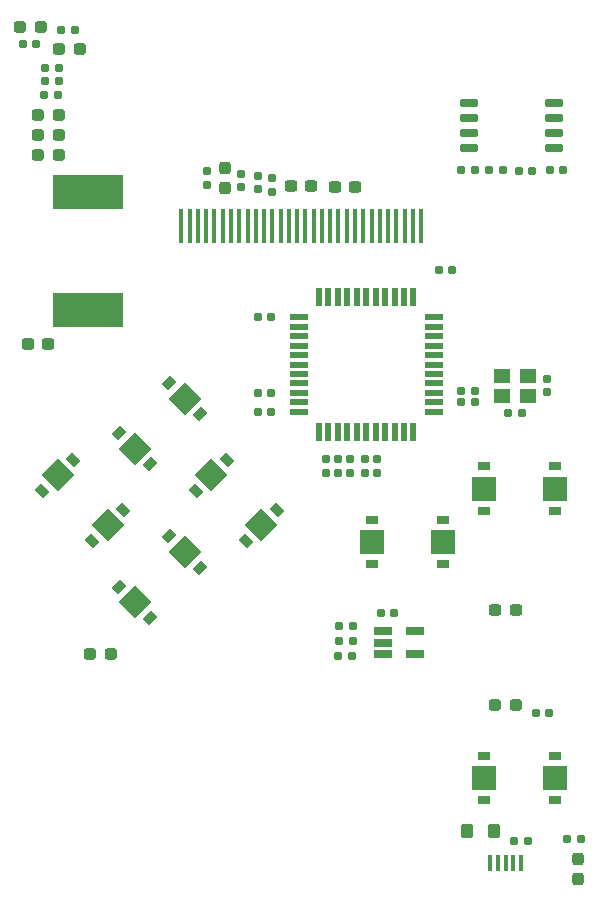
<source format=gbr>
%TF.GenerationSoftware,KiCad,Pcbnew,(6.0.5)*%
%TF.CreationDate,2023-05-01T10:01:18+02:00*%
%TF.ProjectId,arduboy_AS_flavor,61726475-626f-4795-9f41-535f666c6176,rev?*%
%TF.SameCoordinates,Original*%
%TF.FileFunction,Paste,Top*%
%TF.FilePolarity,Positive*%
%FSLAX46Y46*%
G04 Gerber Fmt 4.6, Leading zero omitted, Abs format (unit mm)*
G04 Created by KiCad (PCBNEW (6.0.5)) date 2023-05-01 10:01:18*
%MOMM*%
%LPD*%
G01*
G04 APERTURE LIST*
G04 Aperture macros list*
%AMRoundRect*
0 Rectangle with rounded corners*
0 $1 Rounding radius*
0 $2 $3 $4 $5 $6 $7 $8 $9 X,Y pos of 4 corners*
0 Add a 4 corners polygon primitive as box body*
4,1,4,$2,$3,$4,$5,$6,$7,$8,$9,$2,$3,0*
0 Add four circle primitives for the rounded corners*
1,1,$1+$1,$2,$3*
1,1,$1+$1,$4,$5*
1,1,$1+$1,$6,$7*
1,1,$1+$1,$8,$9*
0 Add four rect primitives between the rounded corners*
20,1,$1+$1,$2,$3,$4,$5,0*
20,1,$1+$1,$4,$5,$6,$7,0*
20,1,$1+$1,$6,$7,$8,$9,0*
20,1,$1+$1,$8,$9,$2,$3,0*%
%AMRotRect*
0 Rectangle, with rotation*
0 The origin of the aperture is its center*
0 $1 length*
0 $2 width*
0 $3 Rotation angle, in degrees counterclockwise*
0 Add horizontal line*
21,1,$1,$2,0,0,$3*%
G04 Aperture macros list end*
%ADD10R,0.550000X1.500000*%
%ADD11R,1.500000X0.550000*%
%ADD12RoundRect,0.155000X-0.155000X0.212500X-0.155000X-0.212500X0.155000X-0.212500X0.155000X0.212500X0*%
%ADD13RoundRect,0.155000X-0.212500X-0.155000X0.212500X-0.155000X0.212500X0.155000X-0.212500X0.155000X0*%
%ADD14RoundRect,0.155000X0.155000X-0.212500X0.155000X0.212500X-0.155000X0.212500X-0.155000X-0.212500X0*%
%ADD15RoundRect,0.237500X-0.300000X-0.237500X0.300000X-0.237500X0.300000X0.237500X-0.300000X0.237500X0*%
%ADD16RoundRect,0.155000X0.212500X0.155000X-0.212500X0.155000X-0.212500X-0.155000X0.212500X-0.155000X0*%
%ADD17RoundRect,0.237500X0.287500X0.237500X-0.287500X0.237500X-0.287500X-0.237500X0.287500X-0.237500X0*%
%ADD18RoundRect,0.237500X0.237500X-0.287500X0.237500X0.287500X-0.237500X0.287500X-0.237500X-0.287500X0*%
%ADD19RoundRect,0.237500X-0.287500X-0.237500X0.287500X-0.237500X0.287500X0.237500X-0.287500X0.237500X0*%
%ADD20RoundRect,0.250000X-0.275000X-0.350000X0.275000X-0.350000X0.275000X0.350000X-0.275000X0.350000X0*%
%ADD21RoundRect,0.237500X0.237500X-0.300000X0.237500X0.300000X-0.237500X0.300000X-0.237500X-0.300000X0*%
%ADD22RoundRect,0.150000X-0.650000X-0.150000X0.650000X-0.150000X0.650000X0.150000X-0.650000X0.150000X0*%
%ADD23R,1.560000X0.650000*%
%ADD24R,1.000000X0.750000*%
%ADD25R,2.000000X2.000000*%
%ADD26RotRect,2.000000X2.000000X225.000000*%
%ADD27RotRect,1.000000X0.750000X225.000000*%
%ADD28RotRect,1.000000X0.750000X315.000000*%
%ADD29RotRect,2.000000X2.000000X315.000000*%
%ADD30RotRect,1.000000X0.750000X135.000000*%
%ADD31RotRect,2.000000X2.000000X135.000000*%
%ADD32RotRect,1.000000X0.750000X45.000000*%
%ADD33RotRect,2.000000X2.000000X45.000000*%
%ADD34R,0.350000X3.000000*%
%ADD35R,0.400000X1.400000*%
%ADD36R,1.400000X1.200000*%
%ADD37R,6.000000X3.000000*%
G04 APERTURE END LIST*
D10*
%TO.C,U1*%
X48500000Y-63700000D03*
X49300000Y-63700000D03*
X50100000Y-63700000D03*
X50900000Y-63700000D03*
X51700000Y-63700000D03*
X52500000Y-63700000D03*
X53300000Y-63700000D03*
X54100000Y-63700000D03*
X54900000Y-63700000D03*
X55700000Y-63700000D03*
X56500000Y-63700000D03*
D11*
X58200000Y-62000000D03*
X58200000Y-61200000D03*
X58200000Y-60400000D03*
X58200000Y-59600000D03*
X58200000Y-58800000D03*
X58200000Y-58000000D03*
X58200000Y-57200000D03*
X58200000Y-56400000D03*
X58200000Y-55600000D03*
X58200000Y-54800000D03*
X58200000Y-54000000D03*
D10*
X56500000Y-52300000D03*
X55700000Y-52300000D03*
X54900000Y-52300000D03*
X54100000Y-52300000D03*
X53300000Y-52300000D03*
X52500000Y-52300000D03*
X51700000Y-52300000D03*
X50900000Y-52300000D03*
X50100000Y-52300000D03*
X49300000Y-52300000D03*
X48500000Y-52300000D03*
D11*
X46800000Y-54000000D03*
X46800000Y-54800000D03*
X46800000Y-55600000D03*
X46800000Y-56400000D03*
X46800000Y-57200000D03*
X46800000Y-58000000D03*
X46800000Y-58800000D03*
X46800000Y-59600000D03*
X46800000Y-60400000D03*
X46800000Y-61200000D03*
X46800000Y-62000000D03*
%TD*%
D12*
%TO.C,C2*%
X67800000Y-59232500D03*
X67800000Y-60367500D03*
%TD*%
D13*
%TO.C,C3*%
X64532500Y-62100000D03*
X65667500Y-62100000D03*
%TD*%
%TO.C,C4*%
X68032500Y-41500000D03*
X69167500Y-41500000D03*
%TD*%
D14*
%TO.C,C5*%
X39000000Y-42767500D03*
X39000000Y-41632500D03*
%TD*%
%TO.C,C6*%
X41900000Y-42967500D03*
X41900000Y-41832500D03*
%TD*%
D15*
%TO.C,C7*%
X63437500Y-78800000D03*
X65162500Y-78800000D03*
%TD*%
D14*
%TO.C,C10*%
X43300000Y-43167500D03*
X43300000Y-42032500D03*
%TD*%
%TO.C,C11*%
X44500000Y-43367500D03*
X44500000Y-42232500D03*
%TD*%
D13*
%TO.C,C12*%
X53732500Y-79000000D03*
X54867500Y-79000000D03*
%TD*%
%TO.C,C13*%
X50132500Y-82700000D03*
X51267500Y-82700000D03*
%TD*%
D15*
%TO.C,C14*%
X46137500Y-42900000D03*
X47862500Y-42900000D03*
%TD*%
%TO.C,C15*%
X49837500Y-43000000D03*
X51562500Y-43000000D03*
%TD*%
D16*
%TO.C,C16*%
X44467500Y-60400000D03*
X43332500Y-60400000D03*
%TD*%
D12*
%TO.C,C17*%
X49100000Y-66032500D03*
X49100000Y-67167500D03*
%TD*%
D16*
%TO.C,C19*%
X44467500Y-62000000D03*
X43332500Y-62000000D03*
%TD*%
D13*
%TO.C,C20*%
X60532500Y-60200000D03*
X61667500Y-60200000D03*
%TD*%
%TO.C,C21*%
X58632500Y-50000000D03*
X59767500Y-50000000D03*
%TD*%
D16*
%TO.C,C22*%
X44467500Y-54000000D03*
X43332500Y-54000000D03*
%TD*%
D13*
%TO.C,C27*%
X65032500Y-98300000D03*
X66167500Y-98300000D03*
%TD*%
D17*
%TO.C,D2*%
X26475000Y-40300000D03*
X24725000Y-40300000D03*
%TD*%
D18*
%TO.C,D5*%
X70400000Y-101575000D03*
X70400000Y-99825000D03*
%TD*%
D19*
%TO.C,D6*%
X63425000Y-86800000D03*
X65175000Y-86800000D03*
%TD*%
%TO.C,D9*%
X26525000Y-31300000D03*
X28275000Y-31300000D03*
%TD*%
D20*
%TO.C,FB1*%
X61050000Y-97500000D03*
X63350000Y-97500000D03*
%TD*%
D16*
%TO.C,R1*%
X61667500Y-61200000D03*
X60532500Y-61200000D03*
%TD*%
D13*
%TO.C,R2*%
X60532500Y-41500000D03*
X61667500Y-41500000D03*
%TD*%
%TO.C,R3*%
X65432500Y-41600000D03*
X66567500Y-41600000D03*
%TD*%
%TO.C,R4*%
X62932500Y-41500000D03*
X64067500Y-41500000D03*
%TD*%
%TO.C,R6*%
X69532500Y-98200000D03*
X70667500Y-98200000D03*
%TD*%
%TO.C,R7*%
X66832500Y-87500000D03*
X67967500Y-87500000D03*
%TD*%
%TO.C,R9*%
X25232500Y-35200000D03*
X26367500Y-35200000D03*
%TD*%
%TO.C,R10*%
X25332500Y-32900000D03*
X26467500Y-32900000D03*
%TD*%
%TO.C,R11*%
X25332500Y-34000000D03*
X26467500Y-34000000D03*
%TD*%
%TO.C,R12*%
X50232500Y-80100000D03*
X51367500Y-80100000D03*
%TD*%
%TO.C,R13*%
X23432500Y-30900000D03*
X24567500Y-30900000D03*
%TD*%
%TO.C,R14*%
X26665000Y-29700000D03*
X27800000Y-29700000D03*
%TD*%
D15*
%TO.C,R15*%
X23837500Y-56300000D03*
X25562500Y-56300000D03*
%TD*%
D13*
%TO.C,R16*%
X50232500Y-81400000D03*
X51367500Y-81400000D03*
%TD*%
D21*
%TO.C,R17*%
X40500000Y-43062500D03*
X40500000Y-41337500D03*
%TD*%
D14*
%TO.C,R20*%
X51100000Y-67167500D03*
X51100000Y-66032500D03*
%TD*%
%TO.C,R21*%
X50100000Y-67167500D03*
X50100000Y-66032500D03*
%TD*%
D22*
%TO.C,U2*%
X61200000Y-35895000D03*
X61200000Y-37165000D03*
X61200000Y-38435000D03*
X61200000Y-39705000D03*
X68400000Y-39705000D03*
X68400000Y-38435000D03*
X68400000Y-37165000D03*
X68400000Y-35895000D03*
%TD*%
D23*
%TO.C,U4*%
X53900000Y-80600000D03*
X53900000Y-81550000D03*
X53900000Y-82500000D03*
X56600000Y-82500000D03*
X56600000Y-80600000D03*
%TD*%
D24*
%TO.C,SW1*%
X68500000Y-91125000D03*
X62500000Y-91125000D03*
D25*
X62500000Y-93000000D03*
X68500000Y-93000000D03*
D24*
X62500000Y-94875000D03*
X68500000Y-94875000D03*
%TD*%
D26*
%TO.C,SW2*%
X37121320Y-60878680D03*
D27*
X34204505Y-66447146D03*
X38447146Y-62204505D03*
D26*
X32878680Y-65121320D03*
D27*
X31552854Y-63795495D03*
X35795495Y-59552854D03*
%TD*%
D28*
%TO.C,SW4*%
X31947146Y-70295495D03*
X27704505Y-66052854D03*
D29*
X26378680Y-67378680D03*
D28*
X29295495Y-72947146D03*
D29*
X30621320Y-71621320D03*
D28*
X25052854Y-68704505D03*
%TD*%
D30*
%TO.C,SW5*%
X38052854Y-68704505D03*
X42295495Y-72947146D03*
D31*
X43621320Y-71621320D03*
D30*
X40704505Y-66052854D03*
X44947146Y-70295495D03*
D31*
X39378680Y-67378680D03*
%TD*%
D25*
%TO.C,SW6*%
X53000000Y-73000000D03*
D24*
X53000000Y-71125000D03*
X59000000Y-71125000D03*
X59000000Y-74875000D03*
X53000000Y-74875000D03*
D25*
X59000000Y-73000000D03*
%TD*%
%TO.C,SW7*%
X68500000Y-68500000D03*
D24*
X62500000Y-70375000D03*
X68500000Y-70375000D03*
X62500000Y-66625000D03*
D25*
X62500000Y-68500000D03*
D24*
X68500000Y-66625000D03*
%TD*%
D32*
%TO.C,SW3*%
X35795495Y-72552854D03*
D33*
X32878680Y-78121320D03*
D32*
X31552854Y-76795495D03*
D33*
X37121320Y-73878680D03*
D32*
X34204505Y-79447146D03*
X38447146Y-75204505D03*
%TD*%
D34*
%TO.C,J1*%
X36850000Y-46300000D03*
X37550000Y-46300000D03*
X38250000Y-46300000D03*
X38950000Y-46300000D03*
X39650000Y-46300000D03*
X40350000Y-46300000D03*
X41050000Y-46300000D03*
X41750000Y-46300000D03*
X42450000Y-46300000D03*
X43150000Y-46300000D03*
X43850000Y-46300000D03*
X44550000Y-46300000D03*
X45250000Y-46300000D03*
X45950000Y-46300000D03*
X46650000Y-46300000D03*
X47350000Y-46300000D03*
X48050000Y-46300000D03*
X48750000Y-46300000D03*
X49450000Y-46300000D03*
X50150000Y-46300000D03*
X50850000Y-46300000D03*
X51550000Y-46300000D03*
X52250000Y-46300000D03*
X52950000Y-46300000D03*
X53650000Y-46300000D03*
X54350000Y-46300000D03*
X55050000Y-46300000D03*
X55750000Y-46300000D03*
X56450000Y-46300000D03*
X57150000Y-46300000D03*
%TD*%
D35*
%TO.C,J3*%
X63000000Y-100200000D03*
X63650000Y-100200000D03*
X64300000Y-100200000D03*
X64950000Y-100200000D03*
X65600000Y-100200000D03*
%TD*%
D36*
%TO.C,Y1*%
X64000000Y-60650000D03*
X66200000Y-60650000D03*
X66200000Y-58950000D03*
X64000000Y-58950000D03*
%TD*%
D17*
%TO.C,D3*%
X26475000Y-38600000D03*
X24725000Y-38600000D03*
%TD*%
%TO.C,D4*%
X26475000Y-36900000D03*
X24725000Y-36900000D03*
%TD*%
D37*
%TO.C,JP1*%
X28900000Y-53400000D03*
X28900000Y-43400000D03*
%TD*%
D19*
%TO.C,D8*%
X23225000Y-29400000D03*
X24975000Y-29400000D03*
%TD*%
D17*
%TO.C,D7*%
X30875000Y-82500000D03*
X29125000Y-82500000D03*
%TD*%
D12*
%TO.C,C18*%
X53400000Y-66032500D03*
X53400000Y-67167500D03*
%TD*%
%TO.C,C28*%
X52400000Y-66032500D03*
X52400000Y-67167500D03*
%TD*%
M02*

</source>
